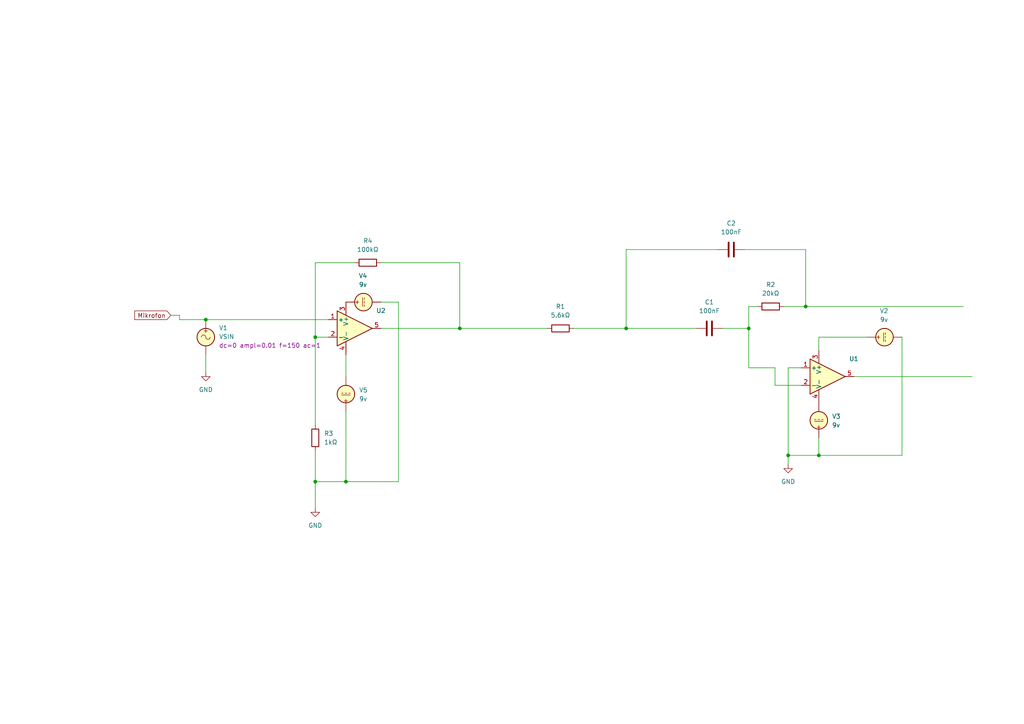
<source format=kicad_sch>
(kicad_sch (version 20250114) (generator "eeschema") (generator_version "9.0")
  (paper "A4")
  (lib_symbols
    (symbol "Device:C" (pin_numbers (hide yes)) (pin_names (offset 0.254))
      (property "Reference" "C" (at 0.635 2.54 0))
      (property "Value" "C" (at 0.635 -2.54 0))
      (symbol "C_0_1"
        (polyline (pts (xy -2.032 0.762) (xy 2.032 0.762)) (stroke (width 0.508)))
        (polyline (pts (xy -2.032 -0.762) (xy 2.032 -0.762)) (stroke (width 0.508)))
      )
      (symbol "C_1_1"
        (pin passive line (at 0 3.81 270) (length 2.794) (name "~") (number "1"))
        (pin passive line (at 0 -3.81 90) (length 2.794) (name "~") (number "2"))
      )
    )
    (symbol "Device:R" (pin_numbers (hide yes)) (pin_names (offset 0))
      (property "Reference" "R" (at 2.032 0 90))
      (property "Value" "R" (at 0 0 90))
      (symbol "R_0_1"
        (rectangle (start -1.016 -2.54) (end 1.016 2.54) (stroke (width 0.254)))
      )
      (symbol "R_1_1"
        (pin passive line (at 0 3.81 270) (length 1.27) (name "~") (number "1"))
        (pin passive line (at 0 -3.81 90) (length 1.27) (name "~") (number "2"))
      )
    )
    (symbol "Simulation_SPICE:OPAMP" (pin_names (offset 0.254))
      (property "Reference" "U" (at 3.81 3.175 0))
      (property "Value" "${SIM.PARAMS}" (at 3.81 -3.175 0))
      (symbol "OPAMP_0_1"
        (polyline (pts (xy 5.08 0) (xy -5.08 5.08) (xy -5.08 -5.08) (xy 5.08 0)) (stroke (width 0.254)) (fill (type background)))
      )
      (symbol "OPAMP_1_1"
        (pin input line (at -7.62 2.54 0) (length 2.54) (name "+") (number "1"))
        (pin input line (at -7.62 -2.54 0) (length 2.54) (name "-") (number "2"))
        (pin power_in line (at -2.54 7.62 270) (length 3.81) (name "V+") (number "3"))
        (pin power_in line (at -2.54 -7.62 90) (length 3.81) (name "V-") (number "4"))
        (pin output line (at 7.62 0 180) (length 2.54) (name "~") (number "5"))
      )
    )
    (symbol "Simulation_SPICE:VDC" (pin_numbers (hide yes)) (pin_names (offset 0.0254))
      (property "Reference" "V" (at 2.54 2.54 0))
      (property "Value" "1" (at 2.54 0 0))
      (symbol "VDC_0_0"
        (polyline (pts (xy -1.27 0.254) (xy 1.27 0.254)))
        (polyline (pts (xy -0.762 -0.254) (xy -1.27 -0.254)))
        (polyline (pts (xy 0.254 -0.254) (xy -0.254 -0.254)))
        (polyline (pts (xy 1.27 -0.254) (xy 0.762 -0.254)))
        (text "+" (at 0 1.905 0) (effects (font (size 1.27 1.27))))
      )
      (symbol "VDC_0_1"
        (circle (center 0 0) (radius 2.54) (stroke (width 0.254)) (fill (type background)))
      )
      (symbol "VDC_1_1"
        (pin passive line (at 0 5.08 270) (length 2.54) (name "~") (number "1"))
        (pin passive line (at 0 -5.08 90) (length 2.54) (name "~") (number "2"))
      )
    )
    (symbol "Simulation_SPICE:VSIN" (pin_numbers (hide yes)) (pin_names (offset 0.0254))
      (property "Reference" "V" (at 2.54 2.54 0))
      (property "Value" "VSIN" (at 2.54 0 0))
      (property "Sim.Params" "dc=0 ampl=1 f=1k ac=1" (at 2.54 -2.54 0))
      (symbol "VSIN_0_0"
        (arc (start -1.27 0) (mid -0.635 0.6323) (end 0 0))
        (arc (start 1.27 0) (mid 0.635 -0.6323) (end 0 0))
        (text "+" (at 0 1.905 0) (effects (font (size 1.27 1.27))))
      )
      (symbol "VSIN_0_1"
        (circle (center 0 0) (radius 2.54) (stroke (width 0.254)) (fill (type background)))
      )
      (symbol "VSIN_1_1"
        (pin passive line (at 0 5.08 270) (length 2.54) (name "~") (number "1"))
        (pin passive line (at 0 -5.08 90) (length 2.54) (name "~") (number "2"))
      )
    )
    (symbol "power:GND" (power) (pin_numbers (hide yes)) (pin_names (offset 0) (hide yes))
      (property "Value" "GND" (at 0 -3.81 0))
      (symbol "GND_0_1"
        (polyline (pts (xy 0 0) (xy 0 -1.27) (xy 1.27 -1.27) (xy 0 -2.54) (xy -1.27 -1.27) (xy 0 -1.27)))
      )
      (symbol "GND_1_1"
        (pin power_in line (at 0 0 270) (length 0) (name "~") (number "1"))
      )
    )
  )
  (junction (at 228.6 132.08))
  (junction (at 59.69 92.71))
  (junction (at 233.68 88.9))
  (junction (at 91.44 139.7))
  (junction (at 91.44 97.79))
  (junction (at 133.35 95.25))
  (junction (at 100.33 139.7))
  (junction (at 217.17 95.25))
  (junction (at 237.49 132.08))
  (junction (at 181.61 95.25))
  (wire (pts (xy 100.33 119.38) (xy 100.33 139.7)))
  (wire (pts (xy 181.61 95.25) (xy 201.93 95.25)))
  (wire (pts (xy 247.65 109.22) (xy 281.94 109.22)))
  (wire (pts (xy 181.61 72.39) (xy 181.61 95.25)))
  (wire (pts (xy 91.44 130.81) (xy 91.44 139.7)))
  (wire (pts (xy 209.55 95.25) (xy 217.17 95.25)))
  (wire (pts (xy 49.53 91.44) (xy 52.07 91.44)))
  (wire (pts (xy 251.46 97.79) (xy 237.49 97.79)))
  (wire (pts (xy 228.6 106.68) (xy 232.41 106.68)))
  (wire (pts (xy 261.62 97.79) (xy 261.62 132.08)))
  (wire (pts (xy 233.68 72.39) (xy 233.68 88.9)))
  (wire (pts (xy 91.44 76.2) (xy 102.87 76.2)))
  (wire (pts (xy 224.79 106.68) (xy 224.79 111.76)))
  (wire (pts (xy 237.49 132.08) (xy 237.49 127)))
  (wire (pts (xy 52.07 91.44) (xy 52.07 92.71)))
  (wire (pts (xy 110.49 87.63) (xy 115.57 87.63)))
  (wire (pts (xy 227.33 88.9) (xy 233.68 88.9)))
  (wire (pts (xy 91.44 97.79) (xy 95.25 97.79)))
  (wire (pts (xy 224.79 111.76) (xy 232.41 111.76)))
  (wire (pts (xy 261.62 132.08) (xy 237.49 132.08)))
  (wire (pts (xy 91.44 139.7) (xy 91.44 147.32)))
  (wire (pts (xy 115.57 87.63) (xy 115.57 139.7)))
  (wire (pts (xy 233.68 88.9) (xy 279.4 88.9)))
  (wire (pts (xy 181.61 95.25) (xy 166.37 95.25)))
  (wire (pts (xy 217.17 106.68) (xy 224.79 106.68)))
  (wire (pts (xy 59.69 92.71) (xy 95.25 92.71)))
  (wire (pts (xy 133.35 95.25) (xy 158.75 95.25)))
  (wire (pts (xy 110.49 95.25) (xy 133.35 95.25)))
  (wire (pts (xy 100.33 139.7) (xy 91.44 139.7)))
  (wire (pts (xy 59.69 102.87) (xy 59.69 107.95)))
  (wire (pts (xy 217.17 88.9) (xy 217.17 95.25)))
  (wire (pts (xy 115.57 139.7) (xy 100.33 139.7)))
  (wire (pts (xy 181.61 72.39) (xy 208.28 72.39)))
  (wire (pts (xy 217.17 106.68) (xy 217.17 95.25)))
  (wire (pts (xy 237.49 97.79) (xy 237.49 101.6)))
  (wire (pts (xy 52.07 92.71) (xy 59.69 92.71)))
  (wire (pts (xy 91.44 97.79) (xy 91.44 123.19)))
  (wire (pts (xy 215.9 72.39) (xy 233.68 72.39)))
  (wire (pts (xy 91.44 76.2) (xy 91.44 97.79)))
  (wire (pts (xy 110.49 76.2) (xy 133.35 76.2)))
  (wire (pts (xy 228.6 106.68) (xy 228.6 132.08)))
  (wire (pts (xy 228.6 132.08) (xy 228.6 134.62)))
  (wire (pts (xy 100.33 102.87) (xy 100.33 109.22)))
  (wire (pts (xy 219.71 88.9) (xy 217.17 88.9)))
  (wire (pts (xy 133.35 76.2) (xy 133.35 95.25)))
  (wire (pts (xy 228.6 132.08) (xy 237.49 132.08)))
  (global_label "Mikrofon" (shape input) (at 49.53 91.44 180) (property "Intersheetrefs" "${INTERSHEET_REFS}" (effects (hide yes))))
  (symbol (lib_id "Simulation_SPICE:OPAMP") (at 102.87 95.25 0) (unit 1)
    (property "Reference" "U2" (at 110.49 90.0998 0))
    (property "Value" "${SIM.PARAMS}" (at 110.49 92.0049 0))
    (property "Datasheet" "https://ngspice.sourceforge.io/docs/ngspice-html-manual/manual.xhtml#sec__SUBCKT_Subcircuits" (effects (hide yes)))
    (property "Description" "Operational amplifier, single" (effects (hide yes)))
    (property "Sim.Pins" "1=in+ 2=in- 3=vcc 4=vee 5=out" (effects (hide yes)))
    (property "Sim.Device" "SUBCKT" (effects (hide yes)))
    (property "Sim.Library" "${KICAD9_SYMBOL_DIR}/Simulation_SPICE.sp" (effects (hide yes)))
    (property "Sim.Name" "kicad_builtin_opamp" (effects (hide yes)))
  )
  (symbol (lib_id "Simulation_SPICE:OPAMP") (at 240.03 109.22 0) (unit 1)
    (property "Reference" "U1" (at 247.65 104.0698 0))
    (property "Value" "${SIM.PARAMS}" (at 247.65 105.9749 0))
    (property "Datasheet" "https://ngspice.sourceforge.io/docs/ngspice-html-manual/manual.xhtml#sec__SUBCKT_Subcircuits" (effects (hide yes)))
    (property "Description" "Operational amplifier, single" (effects (hide yes)))
    (property "Sim.Pins" "1=in+ 2=in- 3=vcc 4=vee 5=out" (effects (hide yes)))
    (property "Sim.Device" "SUBCKT" (effects (hide yes)))
    (property "Sim.Library" "${KICAD9_SYMBOL_DIR}/Simulation_SPICE.sp" (effects (hide yes)))
    (property "Sim.Name" "kicad_builtin_opamp" (effects (hide yes)))
  )
  (symbol (lib_id "Simulation_SPICE:VDC") (at 237.49 121.92 180) (unit 1)
    (property "Reference" "V3" (at 241.3 120.7797 0) (effects (justify right)))
    (property "Value" "9v" (at 241.3 123.3197 0) (effects (justify right)))
    (property "Datasheet" "https://ngspice.sourceforge.io/docs/ngspice-html-manual/manual.xhtml#sec_Independent_Sources_for" (effects (hide yes)))
    (property "Description" "Voltage source, DC" (effects (hide yes)))
    (property "Sim.Pins" "1=+ 2=-" (effects (hide yes)))
    (property "Sim.Type" "DC" (effects (hide yes)))
    (property "Sim.Device" "V" (effects (hide yes)))
  )
  (symbol (lib_id "Device:R") (at 106.68 76.2 270) (unit 1)
    (property "Reference" "R4" (at 106.68 69.85 90))
    (property "Value" "100kΩ" (at 106.68 72.39 90))
    (property "Description" "Resistor" (effects (hide yes)))
  )
  (symbol (lib_id "Device:R") (at 91.44 127 180) (unit 1)
    (property "Reference" "R3" (at 93.98 125.7299 0) (effects (justify right)))
    (property "Value" "1kΩ" (at 93.98 128.2699 0) (effects (justify right)))
    (property "Description" "Resistor" (effects (hide yes)))
  )
  (symbol (lib_id "Device:C") (at 205.74 95.25 90) (unit 1)
    (property "Reference" "C1" (at 205.74 87.63 90))
    (property "Value" "100nF" (at 205.74 90.17 90))
    (property "Description" "Unpolarized capacitor" (effects (hide yes)))
  )
  (symbol (lib_id "power:GND") (at 59.69 107.95 0) (unit 1)
    (property "Reference" "#PWR04" (effects (hide yes)))
    (property "Value" "GND" (at 59.69 113.03 0))
    (property "Description" "Power symbol creates a global label with name \"GND\" , ground" (effects (hide yes)))
  )
  (symbol (lib_id "power:GND") (at 91.44 147.32 0) (unit 1)
    (property "Reference" "#PWR01" (effects (hide yes)))
    (property "Value" "GND" (at 91.44 152.4 0))
    (property "Description" "Power symbol creates a global label with name \"GND\" , ground" (effects (hide yes)))
  )
  (symbol (lib_id "Device:R") (at 162.56 95.25 90) (unit 1)
    (property "Reference" "R1" (at 162.56 88.9 90))
    (property "Value" "5.6kΩ" (at 162.56 91.44 90))
    (property "Description" "Resistor" (effects (hide yes)))
  )
  (symbol (lib_id "Simulation_SPICE:VDC") (at 105.41 87.63 90) (unit 1)
    (property "Reference" "V4" (at 105.2802 80.01 90))
    (property "Value" "9v" (at 105.2802 82.55 90))
    (property "Datasheet" "https://ngspice.sourceforge.io/docs/ngspice-html-manual/manual.xhtml#sec_Independent_Sources_for" (effects (hide yes)))
    (property "Description" "Voltage source, DC" (effects (hide yes)))
    (property "Sim.Pins" "1=+ 2=-" (effects (hide yes)))
    (property "Sim.Type" "DC" (effects (hide yes)))
    (property "Sim.Device" "V" (effects (hide yes)))
  )
  (symbol (lib_id "Device:R") (at 223.52 88.9 90) (unit 1)
    (property "Reference" "R2" (at 223.52 82.55 90))
    (property "Value" "20kΩ" (at 223.52 85.09 90))
    (property "Description" "Resistor" (effects (hide yes)))
  )
  (symbol (lib_id "Simulation_SPICE:VDC") (at 100.33 114.3 180) (unit 1)
    (property "Reference" "V5" (at 104.14 113.1597 0) (effects (justify right)))
    (property "Value" "9v" (at 104.14 115.6997 0) (effects (justify right)))
    (property "Datasheet" "https://ngspice.sourceforge.io/docs/ngspice-html-manual/manual.xhtml#sec_Independent_Sources_for" (effects (hide yes)))
    (property "Description" "Voltage source, DC" (effects (hide yes)))
    (property "Sim.Pins" "1=+ 2=-" (effects (hide yes)))
    (property "Sim.Type" "DC" (effects (hide yes)))
    (property "Sim.Device" "V" (effects (hide yes)))
  )
  (symbol (lib_id "power:GND") (at 228.6 134.62 0) (unit 1)
    (property "Reference" "#PWR02" (effects (hide yes)))
    (property "Value" "GND" (at 228.6 139.7 0))
    (property "Description" "Power symbol creates a global label with name \"GND\" , ground" (effects (hide yes)))
  )
  (symbol (lib_id "Simulation_SPICE:VSIN") (at 59.69 97.79 0) (unit 1)
    (property "Reference" "V1" (at 63.5 95.1201 0) (effects (justify left)))
    (property "Value" "VSIN" (at 63.5 97.6601 0) (effects (justify left)))
    (property "Datasheet" "https://ngspice.sourceforge.io/docs/ngspice-html-manual/manual.xhtml#sec_Independent_Sources_for" (effects (hide yes)))
    (property "Description" "Voltage source, sinusoidal" (effects (hide yes)))
    (property "Sim.Pins" "1=+ 2=-" (effects (hide yes)))
    (property "Sim.Params" "dc=0 ampl=0.01 f=150 ac=1" (at 63.5 100.2001 0) (effects (justify left)))
    (property "Sim.Type" "SIN" (effects (hide yes)))
    (property "Sim.Device" "V" (effects (hide yes)))
  )
  (symbol (lib_id "Device:C") (at 212.09 72.39 90) (unit 1)
    (property "Reference" "C2" (at 212.09 64.77 90))
    (property "Value" "100nF" (at 212.09 67.31 90))
    (property "Description" "Unpolarized capacitor" (effects (hide yes)))
  )
  (symbol (lib_id "Simulation_SPICE:VDC") (at 256.54 97.79 90) (unit 1)
    (property "Reference" "V2" (at 256.4102 90.17 90))
    (property "Value" "9v" (at 256.4102 92.71 90))
    (property "Datasheet" "https://ngspice.sourceforge.io/docs/ngspice-html-manual/manual.xhtml#sec_Independent_Sources_for" (effects (hide yes)))
    (property "Description" "Voltage source, DC" (effects (hide yes)))
    (property "Sim.Pins" "1=+ 2=-" (effects (hide yes)))
    (property "Sim.Type" "DC" (effects (hide yes)))
    (property "Sim.Device" "V" (effects (hide yes)))
  )
)
</source>
